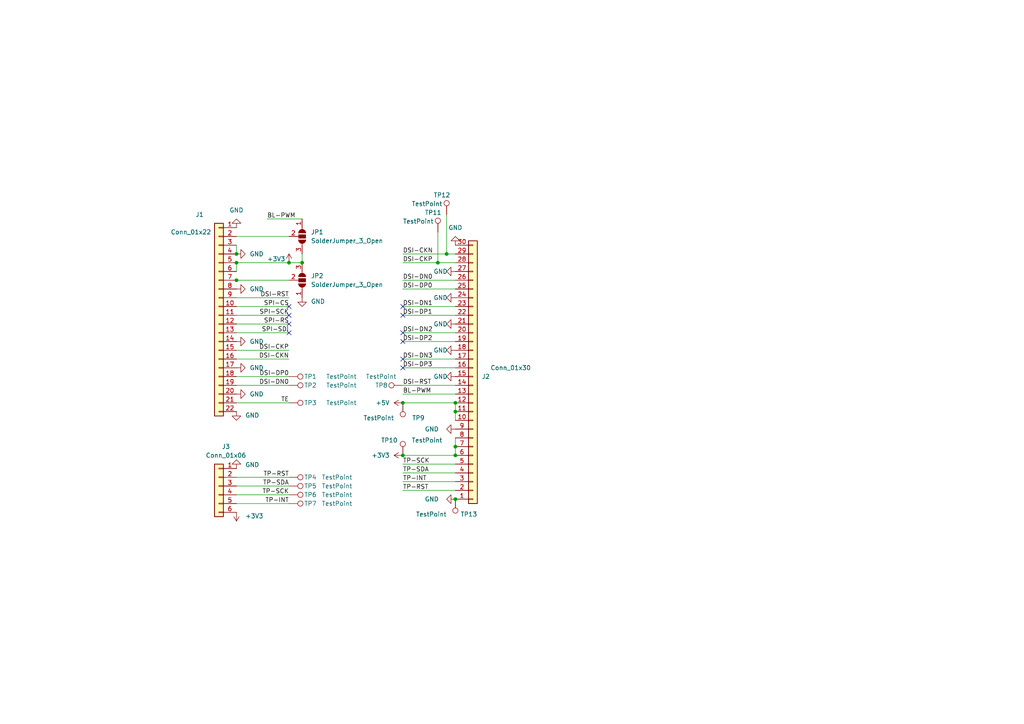
<source format=kicad_sch>
(kicad_sch (version 20210621) (generator eeschema)
  (paper "A4")
  (lib_symbols
    (symbol "Connector:TestPoint" (pin_numbers hide) (pin_names (offset 0.762) hide)
      (property "Reference" "TP" (at 0 6.858 0))
      (property "Value" "TestPoint" (at 0 5.08 0))
      (symbol "TestPoint_0_1"
        (circle (center 0 3.302) (radius 0.762))
      )
      (symbol "TestPoint_1_1"
        (pin passive line (at 0 0 90) (length 2.54) (name "1") (number "1"))
      )
    )
    (symbol "Connector_Generic:Conn_01x06" (pin_names (offset 1.016) hide)
      (property "Reference" "J" (at 0 7.62 0))
      (property "Value" "Conn_01x06" (at 0 -10.16 0))
      (symbol "Conn_01x06_1_1"
        (rectangle (start -1.27 -7.493) (end 0 -7.747) (stroke (width 0.1524)))
        (rectangle (start -1.27 -4.953) (end 0 -5.207) (stroke (width 0.1524)))
        (rectangle (start -1.27 -2.413) (end 0 -2.667) (stroke (width 0.1524)))
        (rectangle (start -1.27 0.127) (end 0 -0.127) (stroke (width 0.1524)))
        (rectangle (start -1.27 2.667) (end 0 2.413) (stroke (width 0.1524)))
        (rectangle (start -1.27 5.207) (end 0 4.953) (stroke (width 0.1524)))
        (rectangle (start -1.27 6.35) (end 1.27 -8.89) (stroke (width 0.254)) (fill (type background)))
        (pin passive line (at -5.08 5.08 0) (length 3.81) (name "Pin_1") (number "1"))
        (pin passive line (at -5.08 2.54 0) (length 3.81) (name "Pin_2") (number "2"))
        (pin passive line (at -5.08 0 0) (length 3.81) (name "Pin_3") (number "3"))
        (pin passive line (at -5.08 -2.54 0) (length 3.81) (name "Pin_4") (number "4"))
        (pin passive line (at -5.08 -5.08 0) (length 3.81) (name "Pin_5") (number "5"))
        (pin passive line (at -5.08 -7.62 0) (length 3.81) (name "Pin_6") (number "6"))
      )
    )
    (symbol "Connector_Generic:Conn_01x22" (pin_names (offset 1.016) hide)
      (property "Reference" "J" (at 0 27.94 0))
      (property "Value" "Conn_01x22" (at 0 -30.48 0))
      (symbol "Conn_01x22_1_1"
        (rectangle (start -1.27 -27.813) (end 0 -28.067) (stroke (width 0.1524)))
        (rectangle (start -1.27 -25.273) (end 0 -25.527) (stroke (width 0.1524)))
        (rectangle (start -1.27 -22.733) (end 0 -22.987) (stroke (width 0.1524)))
        (rectangle (start -1.27 -20.193) (end 0 -20.447) (stroke (width 0.1524)))
        (rectangle (start -1.27 -17.653) (end 0 -17.907) (stroke (width 0.1524)))
        (rectangle (start -1.27 -15.113) (end 0 -15.367) (stroke (width 0.1524)))
        (rectangle (start -1.27 -12.573) (end 0 -12.827) (stroke (width 0.1524)))
        (rectangle (start -1.27 -10.033) (end 0 -10.287) (stroke (width 0.1524)))
        (rectangle (start -1.27 -7.493) (end 0 -7.747) (stroke (width 0.1524)))
        (rectangle (start -1.27 -4.953) (end 0 -5.207) (stroke (width 0.1524)))
        (rectangle (start -1.27 -2.413) (end 0 -2.667) (stroke (width 0.1524)))
        (rectangle (start -1.27 0.127) (end 0 -0.127) (stroke (width 0.1524)))
        (rectangle (start -1.27 2.667) (end 0 2.413) (stroke (width 0.1524)))
        (rectangle (start -1.27 5.207) (end 0 4.953) (stroke (width 0.1524)))
        (rectangle (start -1.27 7.747) (end 0 7.493) (stroke (width 0.1524)))
        (rectangle (start -1.27 10.287) (end 0 10.033) (stroke (width 0.1524)))
        (rectangle (start -1.27 12.827) (end 0 12.573) (stroke (width 0.1524)))
        (rectangle (start -1.27 15.367) (end 0 15.113) (stroke (width 0.1524)))
        (rectangle (start -1.27 17.907) (end 0 17.653) (stroke (width 0.1524)))
        (rectangle (start -1.27 20.447) (end 0 20.193) (stroke (width 0.1524)))
        (rectangle (start -1.27 22.987) (end 0 22.733) (stroke (width 0.1524)))
        (rectangle (start -1.27 25.527) (end 0 25.273) (stroke (width 0.1524)))
        (rectangle (start -1.27 26.67) (end 1.27 -29.21) (stroke (width 0.254)) (fill (type background)))
        (pin passive line (at -5.08 25.4 0) (length 3.81) (name "Pin_1") (number "1"))
        (pin passive line (at -5.08 2.54 0) (length 3.81) (name "Pin_10") (number "10"))
        (pin passive line (at -5.08 0 0) (length 3.81) (name "Pin_11") (number "11"))
        (pin passive line (at -5.08 -2.54 0) (length 3.81) (name "Pin_12") (number "12"))
        (pin passive line (at -5.08 -5.08 0) (length 3.81) (name "Pin_13") (number "13"))
        (pin passive line (at -5.08 -7.62 0) (length 3.81) (name "Pin_14") (number "14"))
        (pin passive line (at -5.08 -10.16 0) (length 3.81) (name "Pin_15") (number "15"))
        (pin passive line (at -5.08 -12.7 0) (length 3.81) (name "Pin_16") (number "16"))
        (pin passive line (at -5.08 -15.24 0) (length 3.81) (name "Pin_17") (number "17"))
        (pin passive line (at -5.08 -17.78 0) (length 3.81) (name "Pin_18") (number "18"))
        (pin passive line (at -5.08 -20.32 0) (length 3.81) (name "Pin_19") (number "19"))
        (pin passive line (at -5.08 22.86 0) (length 3.81) (name "Pin_2") (number "2"))
        (pin passive line (at -5.08 -22.86 0) (length 3.81) (name "Pin_20") (number "20"))
        (pin passive line (at -5.08 -25.4 0) (length 3.81) (name "Pin_21") (number "21"))
        (pin passive line (at -5.08 -27.94 0) (length 3.81) (name "Pin_22") (number "22"))
        (pin passive line (at -5.08 20.32 0) (length 3.81) (name "Pin_3") (number "3"))
        (pin passive line (at -5.08 17.78 0) (length 3.81) (name "Pin_4") (number "4"))
        (pin passive line (at -5.08 15.24 0) (length 3.81) (name "Pin_5") (number "5"))
        (pin passive line (at -5.08 12.7 0) (length 3.81) (name "Pin_6") (number "6"))
        (pin passive line (at -5.08 10.16 0) (length 3.81) (name "Pin_7") (number "7"))
        (pin passive line (at -5.08 7.62 0) (length 3.81) (name "Pin_8") (number "8"))
        (pin passive line (at -5.08 5.08 0) (length 3.81) (name "Pin_9") (number "9"))
      )
    )
    (symbol "Connector_Generic:Conn_01x30" (pin_names (offset 1.016) hide)
      (property "Reference" "J" (at 0 38.1 0))
      (property "Value" "Conn_01x30" (at 0 -40.64 0))
      (symbol "Conn_01x30_1_1"
        (rectangle (start -1.27 -37.973) (end 0 -38.227) (stroke (width 0.1524)))
        (rectangle (start -1.27 -35.433) (end 0 -35.687) (stroke (width 0.1524)))
        (rectangle (start -1.27 -32.893) (end 0 -33.147) (stroke (width 0.1524)))
        (rectangle (start -1.27 -30.353) (end 0 -30.607) (stroke (width 0.1524)))
        (rectangle (start -1.27 -27.813) (end 0 -28.067) (stroke (width 0.1524)))
        (rectangle (start -1.27 -25.273) (end 0 -25.527) (stroke (width 0.1524)))
        (rectangle (start -1.27 -22.733) (end 0 -22.987) (stroke (width 0.1524)))
        (rectangle (start -1.27 -20.193) (end 0 -20.447) (stroke (width 0.1524)))
        (rectangle (start -1.27 -17.653) (end 0 -17.907) (stroke (width 0.1524)))
        (rectangle (start -1.27 -15.113) (end 0 -15.367) (stroke (width 0.1524)))
        (rectangle (start -1.27 -12.573) (end 0 -12.827) (stroke (width 0.1524)))
        (rectangle (start -1.27 -10.033) (end 0 -10.287) (stroke (width 0.1524)))
        (rectangle (start -1.27 -7.493) (end 0 -7.747) (stroke (width 0.1524)))
        (rectangle (start -1.27 -4.953) (end 0 -5.207) (stroke (width 0.1524)))
        (rectangle (start -1.27 -2.413) (end 0 -2.667) (stroke (width 0.1524)))
        (rectangle (start -1.27 0.127) (end 0 -0.127) (stroke (width 0.1524)))
        (rectangle (start -1.27 2.667) (end 0 2.413) (stroke (width 0.1524)))
        (rectangle (start -1.27 5.207) (end 0 4.953) (stroke (width 0.1524)))
        (rectangle (start -1.27 7.747) (end 0 7.493) (stroke (width 0.1524)))
        (rectangle (start -1.27 10.287) (end 0 10.033) (stroke (width 0.1524)))
        (rectangle (start -1.27 12.827) (end 0 12.573) (stroke (width 0.1524)))
        (rectangle (start -1.27 15.367) (end 0 15.113) (stroke (width 0.1524)))
        (rectangle (start -1.27 17.907) (end 0 17.653) (stroke (width 0.1524)))
        (rectangle (start -1.27 20.447) (end 0 20.193) (stroke (width 0.1524)))
        (rectangle (start -1.27 22.987) (end 0 22.733) (stroke (width 0.1524)))
        (rectangle (start -1.27 25.527) (end 0 25.273) (stroke (width 0.1524)))
        (rectangle (start -1.27 28.067) (end 0 27.813) (stroke (width 0.1524)))
        (rectangle (start -1.27 30.607) (end 0 30.353) (stroke (width 0.1524)))
        (rectangle (start -1.27 33.147) (end 0 32.893) (stroke (width 0.1524)))
        (rectangle (start -1.27 35.687) (end 0 35.433) (stroke (width 0.1524)))
        (rectangle (start -1.27 36.83) (end 1.27 -39.37) (stroke (width 0.254)) (fill (type background)))
        (pin passive line (at -5.08 35.56 0) (length 3.81) (name "Pin_1") (number "1"))
        (pin passive line (at -5.08 12.7 0) (length 3.81) (name "Pin_10") (number "10"))
        (pin passive line (at -5.08 10.16 0) (length 3.81) (name "Pin_11") (number "11"))
        (pin passive line (at -5.08 7.62 0) (length 3.81) (name "Pin_12") (number "12"))
        (pin passive line (at -5.08 5.08 0) (length 3.81) (name "Pin_13") (number "13"))
        (pin passive line (at -5.08 2.54 0) (length 3.81) (name "Pin_14") (number "14"))
        (pin passive line (at -5.08 0 0) (length 3.81) (name "Pin_15") (number "15"))
        (pin passive line (at -5.08 -2.54 0) (length 3.81) (name "Pin_16") (number "16"))
        (pin passive line (at -5.08 -5.08 0) (length 3.81) (name "Pin_17") (number "17"))
        (pin passive line (at -5.08 -7.62 0) (length 3.81) (name "Pin_18") (number "18"))
        (pin passive line (at -5.08 -10.16 0) (length 3.81) (name "Pin_19") (number "19"))
        (pin passive line (at -5.08 33.02 0) (length 3.81) (name "Pin_2") (number "2"))
        (pin passive line (at -5.08 -12.7 0) (length 3.81) (name "Pin_20") (number "20"))
        (pin passive line (at -5.08 -15.24 0) (length 3.81) (name "Pin_21") (number "21"))
        (pin passive line (at -5.08 -17.78 0) (length 3.81) (name "Pin_22") (number "22"))
        (pin passive line (at -5.08 -20.32 0) (length 3.81) (name "Pin_23") (number "23"))
        (pin passive line (at -5.08 -22.86 0) (length 3.81) (name "Pin_24") (number "24"))
        (pin passive line (at -5.08 -25.4 0) (length 3.81) (name "Pin_25") (number "25"))
        (pin passive line (at -5.08 -27.94 0) (length 3.81) (name "Pin_26") (number "26"))
        (pin passive line (at -5.08 -30.48 0) (length 3.81) (name "Pin_27") (number "27"))
        (pin passive line (at -5.08 -33.02 0) (length 3.81) (name "Pin_28") (number "28"))
        (pin passive line (at -5.08 -35.56 0) (length 3.81) (name "Pin_29") (number "29"))
        (pin passive line (at -5.08 30.48 0) (length 3.81) (name "Pin_3") (number "3"))
        (pin passive line (at -5.08 -38.1 0) (length 3.81) (name "Pin_30") (number "30"))
        (pin passive line (at -5.08 27.94 0) (length 3.81) (name "Pin_4") (number "4"))
        (pin passive line (at -5.08 25.4 0) (length 3.81) (name "Pin_5") (number "5"))
        (pin passive line (at -5.08 22.86 0) (length 3.81) (name "Pin_6") (number "6"))
        (pin passive line (at -5.08 20.32 0) (length 3.81) (name "Pin_7") (number "7"))
        (pin passive line (at -5.08 17.78 0) (length 3.81) (name "Pin_8") (number "8"))
        (pin passive line (at -5.08 15.24 0) (length 3.81) (name "Pin_9") (number "9"))
      )
    )
    (symbol "Jumper:SolderJumper_3_Open" (pin_names (offset 0) hide)
      (property "Reference" "JP" (at -2.54 -2.54 0))
      (property "Value" "SolderJumper_3_Open" (at 0 2.794 0))
      (symbol "SolderJumper_3_Open_0_1"
        (arc (start -1.016 1.016) (end -1.016 -1.016) (radius (at -1.016 0) (length 1.016) (angles 90.1 -90.1)))
        (arc (start 1.016 -1.016) (end 1.016 1.016) (radius (at 1.016 0) (length 1.016) (angles -89.9 89.9)))
        (arc (start -1.016 1.016) (end -1.016 -1.016) (radius (at -1.016 0) (length 1.016) (angles 90.1 -90.1)) (fill (type outline)))
        (arc (start 1.016 -1.016) (end 1.016 1.016) (radius (at 1.016 0) (length 1.016) (angles -89.9 89.9)) (fill (type outline)))
        (rectangle (start -0.508 1.016) (end 0.508 -1.016) (fill (type outline)))
        (polyline (pts (xy -2.54 0) (xy -2.032 0)))
        (polyline (pts (xy -1.016 1.016) (xy -1.016 -1.016)))
        (polyline (pts (xy 0 -1.27) (xy 0 -1.016)))
        (polyline (pts (xy 1.016 1.016) (xy 1.016 -1.016)))
        (polyline (pts (xy 2.54 0) (xy 2.032 0)))
      )
      (symbol "SolderJumper_3_Open_1_1"
        (pin passive line (at -5.08 0 0) (length 2.54) (name "A") (number "1"))
        (pin input line (at 0 -3.81 90) (length 2.54) (name "C") (number "2"))
        (pin passive line (at 5.08 0 180) (length 2.54) (name "B") (number "3"))
      )
    )
    (symbol "power:+3V3" (power) (pin_names (offset 0))
      (property "Value" "+3V3" (at 0 3.556 0))
      (symbol "+3V3_0_1"
        (polyline (pts (xy -0.762 1.27) (xy 0 2.54)))
        (polyline (pts (xy 0 0) (xy 0 2.54)))
        (polyline (pts (xy 0 2.54) (xy 0.762 1.27)))
      )
      (symbol "+3V3_1_1"
        (pin power_in line (at 0 0 90) (length 0) hide (name "+3V3") (number "1"))
      )
    )
    (symbol "power:+5V" (power) (pin_names (offset 0))
      (property "Value" "+5V" (at 0 3.556 0))
      (symbol "+5V_0_1"
        (polyline (pts (xy -0.762 1.27) (xy 0 2.54)))
        (polyline (pts (xy 0 0) (xy 0 2.54)))
        (polyline (pts (xy 0 2.54) (xy 0.762 1.27)))
      )
      (symbol "+5V_1_1"
        (pin power_in line (at 0 0 90) (length 0) hide (name "+5V") (number "1"))
      )
    )
    (symbol "power:GND" (power) (pin_names (offset 0))
      (property "Value" "GND" (at 0 -3.81 0))
      (symbol "GND_0_1"
        (polyline (pts (xy 0 0) (xy 0 -1.27) (xy 1.27 -1.27) (xy 0 -2.54) (xy -1.27 -1.27) (xy 0 -1.27)))
      )
      (symbol "GND_1_1"
        (pin power_in line (at 0 0 270) (length 0) hide (name "GND") (number "1"))
      )
    )
  )
  (junction (at 68.58 73.66) (diameter 0.9144))
  (junction (at 68.58 76.2) (diameter 0.9144))
  (junction (at 68.58 81.28) (diameter 0.9144))
  (junction (at 83.82 76.2) (diameter 0.9144))
  (junction (at 87.63 76.2) (diameter 0.9144))
  (junction (at 116.84 116.84) (diameter 0.9144))
  (junction (at 116.84 132.08) (diameter 0.9144))
  (junction (at 127 76.2) (diameter 0.9144))
  (junction (at 129.54 73.66) (diameter 0.9144))
  (junction (at 132.08 116.84) (diameter 0.9144))
  (junction (at 132.08 119.38) (diameter 0.9144))
  (junction (at 132.08 129.54) (diameter 0.9144))
  (junction (at 132.08 132.08) (diameter 0.9144))
  (junction (at 132.08 144.78) (diameter 0.9144))
  (no_connect (at 83.82 88.9))
  (no_connect (at 83.82 91.44))
  (no_connect (at 83.82 93.98))
  (no_connect (at 83.82 96.52))
  (no_connect (at 116.84 88.9))
  (no_connect (at 116.84 91.44))
  (no_connect (at 116.84 96.52))
  (no_connect (at 116.84 99.06))
  (no_connect (at 116.84 104.14))
  (no_connect (at 116.84 106.68))
  (wire (pts (xy 67.31 81.28) (xy 68.58 81.28)))
  (wire (pts (xy 68.58 68.58) (xy 83.82 68.58)))
  (wire (pts (xy 68.58 71.12) (xy 68.58 73.66)))
  (wire (pts (xy 68.58 76.2) (xy 68.58 78.74)))
  (wire (pts (xy 68.58 76.2) (xy 83.82 76.2)))
  (wire (pts (xy 68.58 81.28) (xy 83.82 81.28)))
  (wire (pts (xy 68.58 86.36) (xy 83.82 86.36)))
  (wire (pts (xy 68.58 88.9) (xy 83.82 88.9)))
  (wire (pts (xy 68.58 91.44) (xy 83.82 91.44)))
  (wire (pts (xy 68.58 93.98) (xy 83.82 93.98)))
  (wire (pts (xy 68.58 96.52) (xy 83.82 96.52)))
  (wire (pts (xy 68.58 101.6) (xy 83.82 101.6)))
  (wire (pts (xy 68.58 104.14) (xy 83.82 104.14)))
  (wire (pts (xy 68.58 109.22) (xy 83.82 109.22)))
  (wire (pts (xy 68.58 111.76) (xy 83.82 111.76)))
  (wire (pts (xy 68.58 116.84) (xy 83.82 116.84)))
  (wire (pts (xy 68.58 138.43) (xy 83.82 138.43)))
  (wire (pts (xy 68.58 140.97) (xy 83.82 140.97)))
  (wire (pts (xy 68.58 143.51) (xy 83.82 143.51)))
  (wire (pts (xy 68.58 146.05) (xy 83.82 146.05)))
  (wire (pts (xy 77.47 63.5) (xy 87.63 63.5)))
  (wire (pts (xy 83.82 76.2) (xy 87.63 76.2)))
  (wire (pts (xy 87.63 73.66) (xy 87.63 76.2)))
  (wire (pts (xy 116.84 73.66) (xy 129.54 73.66)))
  (wire (pts (xy 116.84 76.2) (xy 127 76.2)))
  (wire (pts (xy 116.84 81.28) (xy 132.08 81.28)))
  (wire (pts (xy 116.84 83.82) (xy 132.08 83.82)))
  (wire (pts (xy 116.84 88.9) (xy 132.08 88.9)))
  (wire (pts (xy 116.84 91.44) (xy 132.08 91.44)))
  (wire (pts (xy 116.84 96.52) (xy 132.08 96.52)))
  (wire (pts (xy 116.84 99.06) (xy 132.08 99.06)))
  (wire (pts (xy 116.84 104.14) (xy 132.08 104.14)))
  (wire (pts (xy 116.84 106.68) (xy 132.08 106.68)))
  (wire (pts (xy 116.84 111.76) (xy 132.08 111.76)))
  (wire (pts (xy 116.84 114.3) (xy 132.08 114.3)))
  (wire (pts (xy 116.84 116.84) (xy 132.08 116.84)))
  (wire (pts (xy 116.84 132.08) (xy 132.08 132.08)))
  (wire (pts (xy 116.84 134.62) (xy 132.08 134.62)))
  (wire (pts (xy 116.84 137.16) (xy 132.08 137.16)))
  (wire (pts (xy 116.84 139.7) (xy 132.08 139.7)))
  (wire (pts (xy 116.84 142.24) (xy 132.08 142.24)))
  (wire (pts (xy 127 67.31) (xy 127 76.2)))
  (wire (pts (xy 127 76.2) (xy 132.08 76.2)))
  (wire (pts (xy 129.54 62.23) (xy 129.54 73.66)))
  (wire (pts (xy 129.54 73.66) (xy 132.08 73.66)))
  (wire (pts (xy 132.08 116.84) (xy 132.08 119.38)))
  (wire (pts (xy 132.08 119.38) (xy 132.08 121.92)))
  (wire (pts (xy 132.08 127) (xy 132.08 129.54)))
  (wire (pts (xy 132.08 129.54) (xy 132.08 132.08)))
  (label "BL-PWM" (at 77.47 63.5 0))
  (label "DSI-RST" (at 83.82 86.36 180))
  (label "SPI-CS" (at 83.82 88.9 180))
  (label "SPI-SCK" (at 83.82 91.44 180))
  (label "SPI-RS" (at 83.82 93.98 180))
  (label "SPI-SDI" (at 83.82 96.52 180))
  (label "DSI-CKP" (at 83.82 101.6 180))
  (label "DSI-CKN" (at 83.82 104.14 180))
  (label "DSI-DP0" (at 83.82 109.22 180))
  (label "DSI-DN0" (at 83.82 111.76 180))
  (label "TE" (at 83.82 116.84 180))
  (label "TP-RST" (at 83.82 138.43 180))
  (label "TP-SDA" (at 83.82 140.97 180))
  (label "TP-SCK" (at 83.82 143.51 180))
  (label "TP-INT" (at 83.82 146.05 180))
  (label "DSI-CKN" (at 116.84 73.66 0))
  (label "DSI-CKP" (at 116.84 76.2 0))
  (label "DSI-DN0" (at 116.84 81.28 0))
  (label "DSI-DP0" (at 116.84 83.82 0))
  (label "DSI-DN1" (at 116.84 88.9 0))
  (label "DSI-DP1" (at 116.84 91.44 0))
  (label "DSI-DN2" (at 116.84 96.52 0))
  (label "DSI-DP2" (at 116.84 99.06 0))
  (label "DSI-DN3" (at 116.84 104.14 0))
  (label "DSI-DP3" (at 116.84 106.68 0))
  (label "DSI-RST" (at 116.84 111.76 0))
  (label "BL-PWM" (at 116.84 114.3 0))
  (label "TP-SCK" (at 116.84 134.62 0))
  (label "TP-SDA" (at 116.84 137.16 0))
  (label "TP-INT" (at 116.84 139.7 0))
  (label "TP-RST" (at 116.84 142.24 0))
  (symbol (lib_id "power:+3V3") (at 68.58 148.59 180) (unit 1)
    (property "Reference" "#PWR0121" (effects hide))
    (property "Value" "+3V3" (at 71.12 149.6694 0) (effects (justify right)))
  )
  (symbol (lib_id "power:+3V3") (at 83.82 76.2 0) (unit 1)
    (property "Reference" "#PWR0104" (effects hide))
    (property "Value" "+3V3" (at 77.47 75.1204 0) (effects (justify left)))
  )
  (symbol (lib_id "power:+5V") (at 116.84 116.84 90) (unit 1)
    (property "Reference" "#PWR0107" (effects hide))
    (property "Value" "+5V" (at 113.03 116.8399 90) (effects (justify left)))
  )
  (symbol (lib_id "power:+3V3") (at 116.84 132.08 90) (unit 1)
    (property "Reference" "#PWR0108" (effects hide))
    (property "Value" "+3V3" (at 113.03 132.0799 90) (effects (justify left)))
  )
  (symbol (lib_id "Connector:TestPoint") (at 83.82 109.22 270) (unit 1)
    (property "Reference" "TP1" (at 88.2016 109.22 90) (effects (justify left)))
    (property "Value" "TestPoint" (at 94.5516 109.22 90) (effects (justify left)))
    (property "Footprint" "TestPoint:TestPoint_Pad_D1.0mm" (effects hide))
  )
  (symbol (lib_id "Connector:TestPoint") (at 83.82 111.76 270) (unit 1)
    (property "Reference" "TP2" (at 88.2016 111.76 90) (effects (justify left)))
    (property "Value" "TestPoint" (at 94.5516 111.76 90) (effects (justify left)))
    (property "Footprint" "TestPoint:TestPoint_Pad_D1.0mm" (effects hide))
  )
  (symbol (lib_id "Connector:TestPoint") (at 83.82 116.84 270) (unit 1)
    (property "Reference" "TP3" (at 88.2016 116.84 90) (effects (justify left)))
    (property "Value" "TestPoint" (at 94.5516 116.84 90) (effects (justify left)))
    (property "Footprint" "TestPoint:TestPoint_Pad_D1.0mm" (effects hide))
  )
  (symbol (lib_id "Connector:TestPoint") (at 83.82 138.43 270) (unit 1)
    (property "Reference" "TP4" (at 88.2016 138.43 90) (effects (justify left)))
    (property "Value" "TestPoint" (at 93.2816 138.43 90) (effects (justify left)))
    (property "Footprint" "TestPoint:TestPoint_Pad_D1.0mm" (effects hide))
  )
  (symbol (lib_id "Connector:TestPoint") (at 83.82 140.97 270) (unit 1)
    (property "Reference" "TP5" (at 88.2016 140.97 90) (effects (justify left)))
    (property "Value" "TestPoint" (at 93.2816 140.97 90) (effects (justify left)))
    (property "Footprint" "TestPoint:TestPoint_Pad_D1.0mm" (effects hide))
  )
  (symbol (lib_id "Connector:TestPoint") (at 83.82 143.51 270) (unit 1)
    (property "Reference" "TP6" (at 88.2016 143.51 90) (effects (justify left)))
    (property "Value" "TestPoint" (at 93.2816 143.51 90) (effects (justify left)))
    (property "Footprint" "TestPoint:TestPoint_Pad_D1.0mm" (effects hide))
  )
  (symbol (lib_id "Connector:TestPoint") (at 83.82 146.05 270) (unit 1)
    (property "Reference" "TP7" (at 88.2016 146.05 90) (effects (justify left)))
    (property "Value" "TestPoint" (at 93.2816 146.05 90) (effects (justify left)))
    (property "Footprint" "TestPoint:TestPoint_Pad_D1.0mm" (effects hide))
  )
  (symbol (lib_id "Connector:TestPoint") (at 116.84 111.76 90) (unit 1)
    (property "Reference" "TP8" (at 112.4584 111.76 90) (effects (justify left)))
    (property "Value" "TestPoint" (at 114.9984 109.22 90) (effects (justify left)))
    (property "Footprint" "TestPoint:TestPoint_Pad_D1.0mm" (effects hide))
  )
  (symbol (lib_id "Connector:TestPoint") (at 116.84 116.84 180) (unit 1)
    (property "Reference" "TP9" (at 123.19 121.2216 0) (effects (justify left)))
    (property "Value" "TestPoint" (at 114.3 121.2216 0) (effects (justify left)))
    (property "Footprint" "TestPoint:TestPoint_Pad_D1.0mm" (effects hide))
  )
  (symbol (lib_id "Connector:TestPoint") (at 116.84 132.08 0) (unit 1)
    (property "Reference" "TP10" (at 110.49 127.6984 0) (effects (justify left)))
    (property "Value" "TestPoint" (at 119.38 127.6984 0) (effects (justify left)))
    (property "Footprint" "TestPoint:TestPoint_Pad_D1.0mm" (effects hide))
  )
  (symbol (lib_id "Connector:TestPoint") (at 127 67.31 0) (unit 1)
    (property "Reference" "TP11" (at 123.19 61.6584 0) (effects (justify left)))
    (property "Value" "TestPoint" (at 116.84 64.1984 0) (effects (justify left)))
    (property "Footprint" "TestPoint:TestPoint_Pad_D1.0mm" (effects hide))
  )
  (symbol (lib_id "Connector:TestPoint") (at 129.54 62.23 0) (unit 1)
    (property "Reference" "TP12" (at 125.73 56.5784 0) (effects (justify left)))
    (property "Value" "TestPoint" (at 119.38 59.1184 0) (effects (justify left)))
    (property "Footprint" "TestPoint:TestPoint_Pad_D1.0mm" (effects hide))
  )
  (symbol (lib_id "Connector:TestPoint") (at 132.08 144.78 180) (unit 1)
    (property "Reference" "TP13" (at 138.43 149.1616 0) (effects (justify left)))
    (property "Value" "TestPoint" (at 129.54 149.1616 0) (effects (justify left)))
    (property "Footprint" "TestPoint:TestPoint_Pad_D1.0mm" (effects hide))
  )
  (symbol (lib_id "power:GND") (at 68.58 66.04 180) (unit 1)
    (property "Reference" "#PWR0102" (effects hide))
    (property "Value" "GND" (at 68.58 60.96 0))
  )
  (symbol (lib_id "power:GND") (at 68.58 73.66 90) (unit 1)
    (property "Reference" "#PWR0101" (effects hide))
    (property "Value" "GND" (at 72.39 73.6599 90) (effects (justify right)))
  )
  (symbol (lib_id "power:GND") (at 68.58 83.82 90) (unit 1)
    (property "Reference" "#PWR0115" (effects hide))
    (property "Value" "GND" (at 72.39 83.8199 90) (effects (justify right)))
  )
  (symbol (lib_id "power:GND") (at 68.58 99.06 90) (unit 1)
    (property "Reference" "#PWR0119" (effects hide))
    (property "Value" "GND" (at 72.39 99.0599 90) (effects (justify right)))
  )
  (symbol (lib_id "power:GND") (at 68.58 106.68 90) (unit 1)
    (property "Reference" "#PWR0116" (effects hide))
    (property "Value" "GND" (at 72.39 106.6799 90) (effects (justify right)))
  )
  (symbol (lib_id "power:GND") (at 68.58 114.3 90) (unit 1)
    (property "Reference" "#PWR0118" (effects hide))
    (property "Value" "GND" (at 72.39 114.2999 90) (effects (justify right)))
  )
  (symbol (lib_id "power:GND") (at 68.58 119.38 0) (unit 1)
    (property "Reference" "#PWR0117" (effects hide))
    (property "Value" "GND" (at 71.12 120.4594 0) (effects (justify left)))
  )
  (symbol (lib_id "power:GND") (at 68.58 135.89 180) (unit 1)
    (property "Reference" "#PWR0120" (effects hide))
    (property "Value" "GND" (at 71.12 134.8104 0) (effects (justify right)))
  )
  (symbol (lib_id "power:GND") (at 87.63 86.36 0) (unit 1)
    (property "Reference" "#PWR0103" (effects hide))
    (property "Value" "GND" (at 90.17 87.4394 0) (effects (justify left)))
  )
  (symbol (lib_id "power:GND") (at 132.08 71.12 180) (unit 1)
    (property "Reference" "#PWR0109" (effects hide))
    (property "Value" "GND" (at 132.08 66.04 0))
  )
  (symbol (lib_id "power:GND") (at 132.08 78.74 270) (unit 1)
    (property "Reference" "#PWR0111" (effects hide))
    (property "Value" "GND" (at 125.73 78.7399 90) (effects (justify left)))
  )
  (symbol (lib_id "power:GND") (at 132.08 86.36 270) (unit 1)
    (property "Reference" "#PWR0110" (effects hide))
    (property "Value" "GND" (at 125.73 86.3599 90) (effects (justify left)))
  )
  (symbol (lib_id "power:GND") (at 132.08 93.98 270) (unit 1)
    (property "Reference" "#PWR0112" (effects hide))
    (property "Value" "GND" (at 125.73 93.9799 90) (effects (justify left)))
  )
  (symbol (lib_id "power:GND") (at 132.08 101.6 270) (unit 1)
    (property "Reference" "#PWR0114" (effects hide))
    (property "Value" "GND" (at 125.73 101.5999 90) (effects (justify left)))
  )
  (symbol (lib_id "power:GND") (at 132.08 109.22 270) (unit 1)
    (property "Reference" "#PWR0105" (effects hide))
    (property "Value" "GND" (at 125.73 109.2199 90) (effects (justify left)))
  )
  (symbol (lib_id "power:GND") (at 132.08 124.46 270) (unit 1)
    (property "Reference" "#PWR0113" (effects hide))
    (property "Value" "GND" (at 123.19 124.4599 90) (effects (justify left)))
  )
  (symbol (lib_id "power:GND") (at 132.08 144.78 270) (unit 1)
    (property "Reference" "#PWR0106" (effects hide))
    (property "Value" "GND" (at 123.19 144.7799 90) (effects (justify left)))
  )
  (symbol (lib_id "Jumper:SolderJumper_3_Open") (at 87.63 68.58 270) (unit 1)
    (property "Reference" "JP1" (at 90.17 67.3099 90) (effects (justify left)))
    (property "Value" "SolderJumper_3_Open" (at 90.17 69.8499 90) (effects (justify left)))
    (property "Footprint" "Jumper:SolderJumper-3_P1.3mm_Open_RoundedPad1.0x1.5mm_NumberLabels" (effects hide))
  )
  (symbol (lib_id "Jumper:SolderJumper_3_Open") (at 87.63 81.28 270) (mirror x) (unit 1)
    (property "Reference" "JP2" (at 90.17 80.0099 90) (effects (justify left)))
    (property "Value" "SolderJumper_3_Open" (at 90.17 82.5499 90) (effects (justify left)))
    (property "Footprint" "Jumper:SolderJumper-3_P1.3mm_Open_RoundedPad1.0x1.5mm_NumberLabels" (effects hide))
  )
  (symbol (lib_id "Connector_Generic:Conn_01x06") (at 63.5 140.97 0) (mirror y) (unit 1)
    (property "Reference" "J3" (at 65.532 129.54 0))
    (property "Value" "Conn_01x06" (at 65.532 132.08 0))
    (property "Footprint" "Connector_FFC-FPC:Hirose_FH12-6S-0.5SH_1x06-1MP_P0.50mm_Horizontal" (effects hide))
  )
  (symbol (lib_id "Connector_Generic:Conn_01x22") (at 63.5 91.44 0) (mirror y) (unit 1)
    (property "Reference" "J1" (at 57.912 62.23 0))
    (property "Value" "Conn_01x22" (at 55.372 67.31 0))
    (property "Footprint" "Connector_FFC-FPC:TE_2-1734839-2_1x22-1MP_P0.5mm_Horizontal" (effects hide))
  )
  (symbol (lib_id "Connector_Generic:Conn_01x30") (at 137.16 109.22 0) (mirror x) (unit 1)
    (property "Reference" "J2" (at 139.7 109.2201 0) (effects (justify left)))
    (property "Value" "Conn_01x30" (at 142.24 106.6801 0) (effects (justify left)))
    (property "Footprint" "Connector_FFC-FPC:TE_3-1734839-0_1x30-1MP_P0.5mm_Horizontal" (effects hide))
  )
)
</source>
